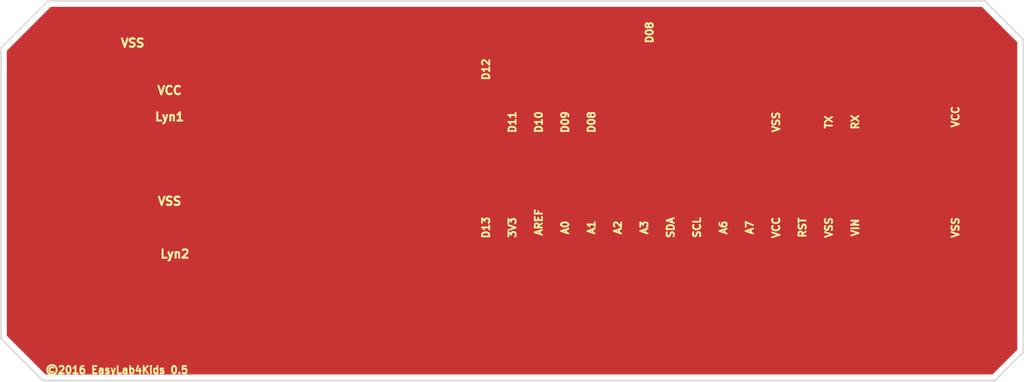
<source format=kicad_pcb>
(kicad_pcb (version 4) (host pcbnew 4.0.4-stable)

  (general
    (links 0)
    (no_connects 0)
    (area 15.164999 14.148999 113.803501 50.938501)
    (thickness 1.6)
    (drawings 46)
    (tracks 0)
    (zones 0)
    (modules 0)
    (nets 1)
  )

  (page A4)
  (layers
    (0 F.Cu signal)
    (31 B.Cu signal)
    (32 B.Adhes user)
    (33 F.Adhes user)
    (34 B.Paste user)
    (35 F.Paste user)
    (36 B.SilkS user)
    (37 F.SilkS user)
    (38 B.Mask user)
    (39 F.Mask user)
    (40 Dwgs.User user)
    (41 Cmts.User user)
    (42 Eco1.User user)
    (43 Eco2.User user)
    (44 Edge.Cuts user)
    (45 Margin user)
    (46 B.CrtYd user)
    (47 F.CrtYd user)
    (48 B.Fab user)
    (49 F.Fab user)
  )

  (setup
    (last_trace_width 0.75)
    (trace_clearance 0.2)
    (zone_clearance 0.508)
    (zone_45_only no)
    (trace_min 0.2)
    (segment_width 0.2)
    (edge_width 0.15)
    (via_size 0.6)
    (via_drill 0.4)
    (via_min_size 0.4)
    (via_min_drill 0.3)
    (uvia_size 0.3)
    (uvia_drill 0.1)
    (uvias_allowed no)
    (uvia_min_size 0.2)
    (uvia_min_drill 0.1)
    (pcb_text_width 0.3)
    (pcb_text_size 1.5 1.5)
    (mod_edge_width 0.15)
    (mod_text_size 1 1)
    (mod_text_width 0.15)
    (pad_size 1.524 1.524)
    (pad_drill 0.762)
    (pad_to_mask_clearance 0.2)
    (aux_axis_origin 0 0)
    (visible_elements 7FFFFFFF)
    (pcbplotparams
      (layerselection 0x00030_80000001)
      (usegerberextensions false)
      (excludeedgelayer true)
      (linewidth 0.100000)
      (plotframeref false)
      (viasonmask false)
      (mode 1)
      (useauxorigin false)
      (hpglpennumber 1)
      (hpglpenspeed 20)
      (hpglpendiameter 15)
      (hpglpenoverlay 2)
      (psnegative false)
      (psa4output false)
      (plotreference true)
      (plotvalue true)
      (plotinvisibletext false)
      (padsonsilk false)
      (subtractmaskfromsilk false)
      (outputformat 1)
      (mirror false)
      (drillshape 0)
      (scaleselection 1)
      (outputdirectory "GERBERS naar productie/GERBER_Coutout/"))
  )

  (net 0 "")

  (net_class Default "Dit is de standaard class."
    (clearance 0.2)
    (trace_width 0.75)
    (via_dia 0.6)
    (via_drill 0.4)
    (uvia_dia 0.3)
    (uvia_drill 0.1)
  )

  (net_class breed0,75 ""
    (clearance 0.3)
    (trace_width 0.85)
    (via_dia 0.6)
    (via_drill 0.4)
    (uvia_dia 0.3)
    (uvia_drill 0.1)
  )

  (gr_line (start 110.9345 50.8635) (end 113.7285 48.0695) (angle 90) (layer Edge.Cuts) (width 0.15))
  (gr_line (start 113.7285 17.9705) (end 113.7285 48.0695) (angle 90) (layer Edge.Cuts) (width 0.15))
  (gr_line (start 109.982 14.224) (end 113.7285 17.9705) (angle 90) (layer Edge.Cuts) (width 0.15))
  (gr_line (start 110.9345 50.8) (end 110.9345 50.8635) (angle 90) (layer Edge.Cuts) (width 0.15))
  (gr_line (start 102.108 50.8) (end 110.9345 50.8) (angle 90) (layer Edge.Cuts) (width 0.15))
  (gr_line (start 101.6 14.224) (end 109.982 14.224) (angle 90) (layer Edge.Cuts) (width 0.15))
  (gr_text AREF (at 67.056 35.56 90) (layer F.SilkS)
    (effects (font (size 0.7 0.7) (thickness 0.175)))
  )
  (gr_text A7 (at 87.376 36.068 90) (layer F.SilkS)
    (effects (font (size 0.7 0.7) (thickness 0.175)))
  )
  (gr_text A6 (at 84.836 36.068 90) (layer F.SilkS)
    (effects (font (size 0.7 0.7) (thickness 0.175)))
  )
  (gr_text D08 (at 77.724 17.272 90) (layer F.SilkS)
    (effects (font (size 0.7 0.7) (thickness 0.175)))
  )
  (gr_text D08 (at 72.136 25.908 90) (layer F.SilkS)
    (effects (font (size 0.7 0.7) (thickness 0.175)))
  )
  (gr_text D09 (at 69.596 25.908 90) (layer F.SilkS)
    (effects (font (size 0.7 0.7) (thickness 0.175)))
  )
  (gr_text VSS (at 107.188 36.068 90) (layer F.SilkS)
    (effects (font (size 0.7 0.7) (thickness 0.175)))
  )
  (gr_text VCC (at 107.188 25.4 90) (layer F.SilkS)
    (effects (font (size 0.7 0.7) (thickness 0.175)))
  )
  (gr_text 3V3 (at 64.516 36.068 90) (layer F.SilkS)
    (effects (font (size 0.7 0.7) (thickness 0.175)))
  )
  (gr_text RST (at 92.456 36.068 90) (layer F.SilkS)
    (effects (font (size 0.7 0.7) (thickness 0.175)))
  )
  (gr_text SCL (at 82.296 36.068 90) (layer F.SilkS)
    (effects (font (size 0.7 0.7) (thickness 0.175)))
  )
  (gr_text "©2016 EasyLab4Kids 0.5" (at 26.416 49.784) (layer F.SilkS)
    (effects (font (size 0.7 0.7) (thickness 0.175)))
  )
  (gr_text SDA (at 79.756 36.068 90) (layer F.SilkS)
    (effects (font (size 0.7 0.7) (thickness 0.175)))
  )
  (gr_text VIN (at 97.536 36.068 90) (layer F.SilkS)
    (effects (font (size 0.7 0.7) (thickness 0.175)))
  )
  (gr_text VSS (at 89.916 25.908 90) (layer F.SilkS)
    (effects (font (size 0.7 0.7) (thickness 0.175)))
  )
  (gr_text RX (at 97.536 25.908 90) (layer F.SilkS)
    (effects (font (size 0.7 0.7) (thickness 0.175)))
  )
  (gr_text TX (at 94.996 25.908 90) (layer F.SilkS)
    (effects (font (size 0.7 0.7) (thickness 0.175)))
  )
  (gr_text VSS (at 94.996 36.068 90) (layer F.SilkS)
    (effects (font (size 0.7 0.7) (thickness 0.175)))
  )
  (gr_text VCC (at 89.916 36.068 90) (layer F.SilkS)
    (effects (font (size 0.7 0.7) (thickness 0.175)))
  )
  (gr_text A3 (at 77.216 36.068 90) (layer F.SilkS)
    (effects (font (size 0.7 0.7) (thickness 0.175)))
  )
  (gr_text A2 (at 74.676 36.068 90) (layer F.SilkS)
    (effects (font (size 0.7 0.7) (thickness 0.175)))
  )
  (gr_text A1 (at 72.136 36.068 90) (layer F.SilkS)
    (effects (font (size 0.7 0.7) (thickness 0.175)))
  )
  (gr_text A0 (at 69.596 36.068 90) (layer F.SilkS)
    (effects (font (size 0.7 0.7) (thickness 0.175)))
  )
  (gr_text D13 (at 61.976 36.068 90) (layer F.SilkS)
    (effects (font (size 0.7 0.7) (thickness 0.175)))
  )
  (gr_text D10 (at 67.056 25.908 90) (layer F.SilkS)
    (effects (font (size 0.7 0.7) (thickness 0.175)))
  )
  (gr_text D11 (at 64.516 25.908 90) (layer F.SilkS)
    (effects (font (size 0.7 0.7) (thickness 0.175)))
  )
  (gr_text D12 (at 61.976 20.828 90) (layer F.SilkS)
    (effects (font (size 0.7 0.7) (thickness 0.175)))
  )
  (gr_text VSS (at 27.94 18.288) (layer F.SilkS)
    (effects (font (size 0.8 0.8) (thickness 0.2)))
  )
  (gr_text VCC (at 31.496 22.86) (layer F.SilkS)
    (effects (font (size 0.8 0.8) (thickness 0.2)))
  )
  (gr_text VSS (at 31.496 33.528) (layer F.SilkS)
    (effects (font (size 0.8 0.8) (thickness 0.2)))
  )
  (gr_text Lyn2 (at 32.004 38.608) (layer F.SilkS)
    (effects (font (size 0.8 0.8) (thickness 0.2)))
  )
  (gr_text Lyn1 (at 31.496 25.4) (layer F.SilkS)
    (effects (font (size 0.8 0.8) (thickness 0.2)))
  )
  (gr_line (start 15.24 18.796) (end 15.24 46.736) (angle 90) (layer Edge.Cuts) (width 0.15))
  (gr_line (start 19.304 50.8) (end 15.24 46.736) (angle 90) (layer Edge.Cuts) (width 0.15))
  (gr_line (start 19.812 50.8) (end 19.304 50.8) (angle 90) (layer Edge.Cuts) (width 0.15))
  (gr_line (start 26.416 50.8) (end 19.812 50.8) (angle 90) (layer Edge.Cuts) (width 0.15))
  (gr_line (start 19.812 14.224) (end 15.24 18.796) (angle 90) (layer Edge.Cuts) (width 0.15))
  (gr_line (start 25.908 14.224) (end 19.812 14.224) (angle 90) (layer Edge.Cuts) (width 0.15))
  (gr_line (start 102.108 50.8) (end 26.416 50.8) (angle 90) (layer Edge.Cuts) (width 0.15))
  (gr_line (start 25.908 14.224) (end 101.6 14.224) (angle 90) (layer Edge.Cuts) (width 0.15))

  (zone (net 0) (net_name "") (layer F.Cu) (tstamp 581CE578) (hatch edge 0.508)
    (connect_pads (clearance 0.508))
    (min_thickness 0.254)
    (fill yes (arc_segments 16) (thermal_gap 0.508) (thermal_bridge_width 0.508))
    (polygon
      (pts
        (xy 113.7285 17.9705) (xy 113.7285 48.133) (xy 110.998 50.8635) (xy 19.304 50.8) (xy 15.24 46.863)
        (xy 15.24 18.8595) (xy 20.0025 14.224) (xy 109.982 14.224)
      )
    )
    (filled_polygon
      (pts
        (xy 113.0185 18.264592) (xy 113.0185 47.775408) (xy 110.703908 50.09) (xy 19.598092 50.09) (xy 15.95 46.441908)
        (xy 15.95 19.090092) (xy 20.106092 14.934) (xy 109.687908 14.934)
      )
    )
  )
)

</source>
